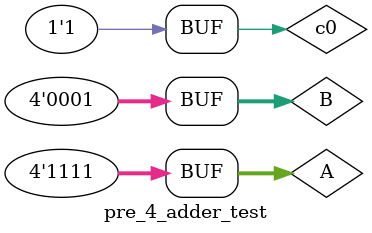
<source format=v>
`timescale 1ns / 1ps


module pre_4_adder_test;
    reg [3:0] A;
	reg [3:0] B;
	reg c0;
	// Outputs
	wire [3:0] F;
	wire c4;
	
	pre_4_adder p4adder (
        .A(A),
        .B(B),
        .c0(c0),
        .F(F),
        .c4(c4)
    );
    initial begin
        A = 4'b0001;
        B = 4'b0001;
        c0 = 0;
        #100;
        A = 4'b0001;
        B = 4'b0001;
        c0 = 1;
        #100;
        A = 4'b1111;
        B = 4'b0001;
        c0 = 1;
        #100;
    end
endmodule

</source>
